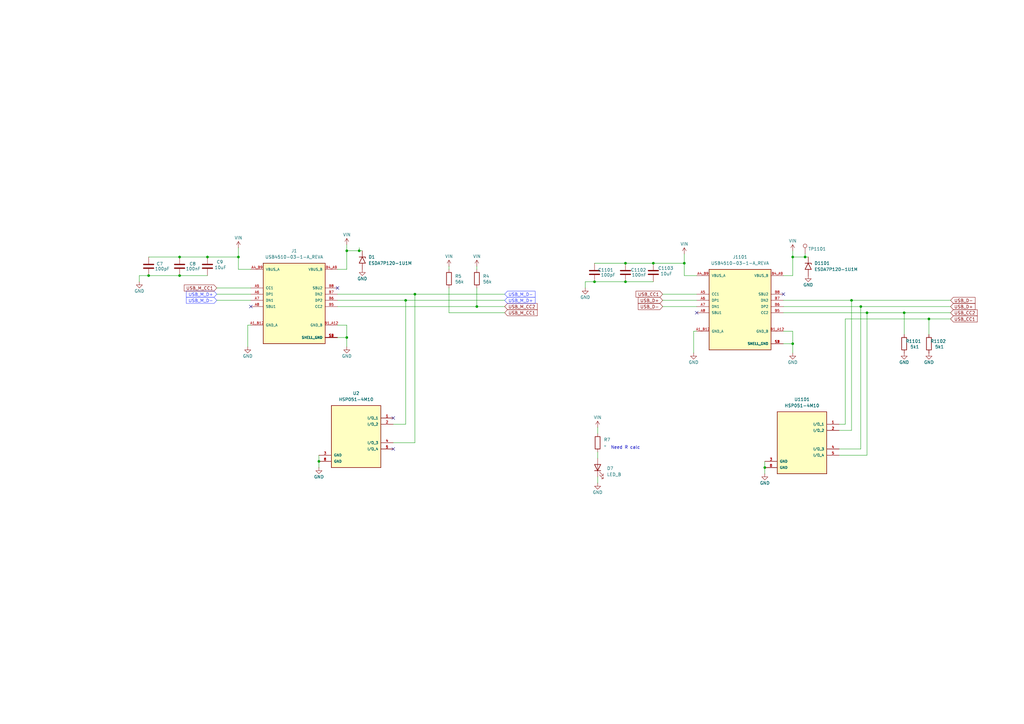
<source format=kicad_sch>
(kicad_sch (version 20250114) (generator "eeschema") (generator_version "9.0")
  (paper "A3")
  (lib_symbols
    (symbol "Connector:TestPoint" (pin_numbers (hide yes)) (pin_names (offset 0.762) (hide yes))
      (property "Reference" "TP" (at 0 6.858 0))
      (property "Value" "TestPoint" (at 0 5.08 0))
      (symbol "TestPoint_0_1"
        (circle (center 0 3.302) (radius 0.762))
      )
      (symbol "TestPoint_1_1"
        (pin passive line (at 0 0 90) (length 2.54) (name "1") (number "1"))
      )
    )
    (symbol "Device:C" (pin_numbers (hide yes)) (pin_names (offset 0.254))
      (property "Reference" "C" (at 0.635 2.54 0))
      (property "Value" "C" (at 0.635 -2.54 0))
      (symbol "C_0_1"
        (polyline (pts (xy -2.032 0.762) (xy 2.032 0.762)) (stroke (width 0.508)))
        (polyline (pts (xy -2.032 -0.762) (xy 2.032 -0.762)) (stroke (width 0.508)))
      )
      (symbol "C_1_1"
        (pin passive line (at 0 3.81 270) (length 2.794) (name "~") (number "1"))
        (pin passive line (at 0 -3.81 90) (length 2.794) (name "~") (number "2"))
      )
    )
    (symbol "Device:LED" (pin_numbers (hide yes)) (pin_names (offset 1.016) (hide yes))
      (property "Reference" "D" (at 0 2.54 0))
      (property "Value" "LED" (at 0 -2.54 0))
      (symbol "LED_0_1"
        (polyline (pts (xy -3.048 -0.762) (xy -4.572 -2.286) (xy -3.81 -2.286) (xy -4.572 -2.286) (xy -4.572 -1.524)))
        (polyline (pts (xy -1.778 -0.762) (xy -3.302 -2.286) (xy -2.54 -2.286) (xy -3.302 -2.286) (xy -3.302 -1.524)))
        (polyline (pts (xy -1.27 0) (xy 1.27 0)))
        (polyline (pts (xy -1.27 -1.27) (xy -1.27 1.27)) (stroke (width 0.254)))
        (polyline (pts (xy 1.27 -1.27) (xy 1.27 1.27) (xy -1.27 0) (xy 1.27 -1.27)) (stroke (width 0.254)))
      )
      (symbol "LED_1_1"
        (pin passive line (at -3.81 0 0) (length 2.54) (name "K") (number "1"))
        (pin passive line (at 3.81 0 180) (length 2.54) (name "A") (number "2"))
      )
    )
    (symbol "Device:R" (pin_numbers (hide yes)) (pin_names (offset 0))
      (property "Reference" "R" (at 2.032 0 90))
      (property "Value" "R" (at 0 0 90))
      (symbol "R_0_1"
        (rectangle (start -1.016 -2.54) (end 1.016 2.54) (stroke (width 0.254)))
      )
      (symbol "R_1_1"
        (pin passive line (at 0 3.81 270) (length 1.27) (name "~") (number "1"))
        (pin passive line (at 0 -3.81 90) (length 1.27) (name "~") (number "2"))
      )
    )
    (symbol "Diode:SMAJ5.0A" (pin_numbers (hide yes)) (pin_names (offset 1.016) (hide yes))
      (property "Reference" "D" (at 0 2.54 0))
      (property "Value" "SMAJ5.0A" (at 0 -2.54 0))
      (symbol "SMAJ5.0A_0_1"
        (polyline (pts (xy -0.762 1.27) (xy -1.27 1.27) (xy -1.27 -1.27)) (stroke (width 0.254)))
        (polyline (pts (xy 1.27 1.27) (xy 1.27 -1.27) (xy -1.27 0) (xy 1.27 1.27)) (stroke (width 0.254)))
      )
      (symbol "SMAJ5.0A_1_1"
        (pin passive line (at -3.81 0 0) (length 2.54) (name "A1") (number "1"))
        (pin passive line (at 3.81 0 180) (length 2.54) (name "A2") (number "2"))
      )
    )
    (symbol "HSP051-4M10:HSP051-4M10" (pin_names (offset 1.016))
      (property "Reference" "U4" (at 0 17.78 0))
      (property "Value" "HSP051-4M10" (at 0 15.24 0))
      (symbol "HSP051-4M10_0_0"
        (rectangle (start -10.16 -12.7) (end 10.16 12.7) (stroke (width 0.254)) (fill (type background)))
        (pin passive line (at -15.24 7.62 0) (length 5.08) (name "I/O_1") (number "1"))
        (pin passive line (at -15.24 5.08 0) (length 5.08) (name "I/O_2") (number "2"))
        (pin passive line (at -15.24 -2.54 0) (length 5.08) (name "I/O_3") (number "4"))
        (pin passive line (at -15.24 -5.08 0) (length 5.08) (name "I/O_4") (number "5"))
        (pin power_in line (at 15.24 -7.62 180) (length 5.08) (name "GND") (number "3"))
        (pin power_in line (at 15.24 -10.16 180) (length 5.08) (name "GND") (number "8"))
      )
      (symbol "HSP051-4M10_1_0"
        (pin passive line (at -15.24 7.62 0) (length 5.08) (hide yes) (name "NC") (number "10"))
        (pin passive line (at -15.24 5.08 0) (length 5.08) (hide yes) (name "NC") (number "9"))
        (pin passive line (at -15.24 -2.54 0) (length 5.08) (hide yes) (name "NC") (number "7"))
        (pin passive line (at -15.24 -5.08 0) (length 5.08) (hide yes) (name "NC") (number "6"))
      )
    )
    (symbol "USB4510-03-1-A_REVA:USB4510-03-1-A_REVA" (pin_names (offset 1.016))
      (property "Reference" "J" (at -12.7 16.002 0))
      (property "Value" "USB4510-03-1-A_REVA" (at -12.7 -18.542 0))
      (symbol "USB4510-03-1-A_REVA_0_0"
        (rectangle (start -12.7 -17.78) (end 12.7 15.24) (stroke (width 0.254)) (fill (type background)))
        (pin power_in line (at -17.78 12.7 0) (length 5.08) (name "VBUS_A") (number "A4_B9"))
        (pin bidirectional line (at -17.78 5.08 0) (length 5.08) (name "CC1") (number "A5"))
        (pin bidirectional line (at -17.78 2.54 0) (length 5.08) (name "DP1") (number "A6"))
        (pin bidirectional line (at -17.78 0 0) (length 5.08) (name "DN1") (number "A7"))
        (pin bidirectional line (at -17.78 -2.54 0) (length 5.08) (name "SBU1") (number "A8"))
        (pin power_in line (at -17.78 -10.16 0) (length 5.08) (name "GND_A") (number "A1_B12"))
        (pin power_in line (at 17.78 12.7 180) (length 5.08) (name "VBUS_B") (number "B4_A9"))
        (pin bidirectional line (at 17.78 5.08 180) (length 5.08) (name "SBU2") (number "B8"))
        (pin bidirectional line (at 17.78 2.54 180) (length 5.08) (name "DN2") (number "B7"))
        (pin bidirectional line (at 17.78 0 180) (length 5.08) (name "DP2") (number "B6"))
        (pin bidirectional line (at 17.78 -2.54 180) (length 5.08) (name "CC2") (number "B5"))
        (pin power_in line (at 17.78 -10.16 180) (length 5.08) (name "GND_B") (number "B1_A12"))
        (pin power_in line (at 17.78 -15.24 180) (length 5.08) (name "SHELL_GND") (number "S1"))
        (pin power_in line (at 17.78 -15.24 180) (length 5.08) (name "SHELL_GND") (number "S2"))
        (pin power_in line (at 17.78 -15.24 180) (length 5.08) (name "SHELL_GND") (number "S3"))
        (pin power_in line (at 17.78 -15.24 180) (length 5.08) (name "SHELL_GND") (number "S4"))
      )
    )
    (symbol "power:+5VA" (power) (pin_numbers (hide yes)) (pin_names (offset 0) (hide yes))
      (property "Value" "+5VA" (at 0 3.556 0))
      (symbol "+5VA_0_1"
        (polyline (pts (xy -0.762 1.27) (xy 0 2.54)))
        (polyline (pts (xy 0 2.54) (xy 0.762 1.27)))
        (polyline (pts (xy 0 0) (xy 0 2.54)))
      )
      (symbol "+5VA_1_1"
        (pin power_in line (at 0 0 90) (length 0) (name "~") (number "1"))
      )
    )
    (symbol "power:GND" (power) (pin_numbers (hide yes)) (pin_names (offset 0) (hide yes))
      (property "Value" "GND" (at 0 -3.81 0))
      (symbol "GND_0_1"
        (polyline (pts (xy 0 0) (xy 0 -1.27) (xy 1.27 -1.27) (xy 0 -2.54) (xy -1.27 -1.27) (xy 0 -1.27)))
      )
      (symbol "GND_1_1"
        (pin power_in line (at 0 0 270) (length 0) (name "~") (number "1"))
      )
    )
  )
  (text "Need R calc\n" (at 256.54 183.642 0) (effects (font (size 1.27 1.27))))
  (junction (at 97.79 105.41))
  (junction (at 195.58 125.73))
  (junction (at 243.84 115.57))
  (junction (at 280.67 107.95))
  (junction (at 353.06 125.73))
  (junction (at 370.84 128.27))
  (junction (at 349.25 123.19))
  (junction (at 256.54 115.57))
  (junction (at 73.66 113.03))
  (junction (at 256.54 107.95))
  (junction (at 355.6 128.27))
  (junction (at 142.24 102.87))
  (junction (at 60.96 113.03))
  (junction (at 170.18 120.65))
  (junction (at 147.32 102.87))
  (junction (at 330.2 105.41))
  (junction (at 130.81 189.23))
  (junction (at 325.12 140.97))
  (junction (at 381 130.81))
  (junction (at 73.66 105.41))
  (junction (at 166.37 123.19))
  (junction (at 267.97 107.95))
  (junction (at 325.12 105.41))
  (junction (at 313.69 191.77))
  (junction (at 142.24 138.43))
  (junction (at 85.09 105.41))
  (no_connect (at 285.75 128.27))
  (no_connect (at 102.87 125.73))
  (no_connect (at 138.43 118.11))
  (no_connect (at 161.29 171.45))
  (no_connect (at 161.29 184.15))
  (no_connect (at 321.31 120.65))
  (wire (pts (xy 280.67 113.03) (xy 285.75 113.03)))
  (wire (pts (xy 321.31 128.27) (xy 355.6 128.27)))
  (wire (pts (xy 142.24 100.33) (xy 142.24 102.87)))
  (wire (pts (xy 346.71 173.99) (xy 346.71 130.81)))
  (wire (pts (xy 313.69 189.23) (xy 313.69 191.77)))
  (wire (pts (xy 73.66 113.03) (xy 85.09 113.03)))
  (wire (pts (xy 57.15 115.57) (xy 57.15 113.03)))
  (wire (pts (xy 370.84 128.27) (xy 389.89 128.27)))
  (wire (pts (xy 147.32 101.6) (xy 147.32 102.87)))
  (wire (pts (xy 321.31 140.97) (xy 325.12 140.97)))
  (wire (pts (xy 353.06 125.73) (xy 353.06 184.15)))
  (wire (pts (xy 344.17 184.15) (xy 353.06 184.15)))
  (wire (pts (xy 138.43 138.43) (xy 142.24 138.43)))
  (wire (pts (xy 73.66 105.41) (xy 85.09 105.41)))
  (wire (pts (xy 161.29 181.61) (xy 170.18 181.61)))
  (wire (pts (xy 344.17 176.53) (xy 349.25 176.53)))
  (wire (pts (xy 256.54 107.95) (xy 267.97 107.95)))
  (wire (pts (xy 349.25 123.19) (xy 389.89 123.19)))
  (wire (pts (xy 355.6 128.27) (xy 355.6 186.69)))
  (wire (pts (xy 85.09 105.41) (xy 97.79 105.41)))
  (wire (pts (xy 184.15 109.22) (xy 184.15 110.49)))
  (wire (pts (xy 88.9 118.11) (xy 102.87 118.11)))
  (wire (pts (xy 147.32 102.87) (xy 148.59 102.87)))
  (wire (pts (xy 321.31 113.03) (xy 325.12 113.03)))
  (wire (pts (xy 321.31 123.19) (xy 349.25 123.19)))
  (wire (pts (xy 271.78 125.73) (xy 285.75 125.73)))
  (wire (pts (xy 330.2 104.14) (xy 330.2 105.41)))
  (wire (pts (xy 243.84 115.57) (xy 256.54 115.57)))
  (wire (pts (xy 184.15 118.11) (xy 184.15 128.27)))
  (wire (pts (xy 142.24 102.87) (xy 147.32 102.87)))
  (wire (pts (xy 280.67 104.14) (xy 280.67 107.95)))
  (wire (pts (xy 97.79 105.41) (xy 97.79 110.49)))
  (wire (pts (xy 245.11 175.26) (xy 245.11 177.8)))
  (wire (pts (xy 130.81 189.23) (xy 130.81 191.77)))
  (wire (pts (xy 166.37 123.19) (xy 207.01 123.19)))
  (wire (pts (xy 195.58 118.11) (xy 195.58 125.73)))
  (wire (pts (xy 325.12 144.78) (xy 325.12 140.97)))
  (wire (pts (xy 321.31 135.89) (xy 325.12 135.89)))
  (wire (pts (xy 195.58 109.22) (xy 195.58 110.49)))
  (wire (pts (xy 370.84 128.27) (xy 370.84 137.16)))
  (wire (pts (xy 138.43 133.35) (xy 142.24 133.35)))
  (wire (pts (xy 240.03 115.57) (xy 243.84 115.57)))
  (wire (pts (xy 353.06 125.73) (xy 389.89 125.73)))
  (wire (pts (xy 271.78 120.65) (xy 285.75 120.65)))
  (wire (pts (xy 243.84 107.95) (xy 256.54 107.95)))
  (wire (pts (xy 170.18 120.65) (xy 207.01 120.65)))
  (wire (pts (xy 184.15 128.27) (xy 207.01 128.27)))
  (wire (pts (xy 245.11 185.42) (xy 245.11 187.96)))
  (wire (pts (xy 267.97 107.95) (xy 280.67 107.95)))
  (wire (pts (xy 138.43 120.65) (xy 170.18 120.65)))
  (wire (pts (xy 142.24 138.43) (xy 142.24 133.35)))
  (wire (pts (xy 344.17 173.99) (xy 346.71 173.99)))
  (wire (pts (xy 161.29 173.99) (xy 166.37 173.99)))
  (wire (pts (xy 97.79 101.6) (xy 97.79 105.41)))
  (wire (pts (xy 57.15 113.03) (xy 60.96 113.03)))
  (wire (pts (xy 284.48 135.89) (xy 285.75 135.89)))
  (wire (pts (xy 381 130.81) (xy 381 137.16)))
  (wire (pts (xy 381 130.81) (xy 389.89 130.81)))
  (wire (pts (xy 130.81 186.69) (xy 130.81 189.23)))
  (wire (pts (xy 349.25 123.19) (xy 349.25 176.53)))
  (wire (pts (xy 195.58 125.73) (xy 207.01 125.73)))
  (wire (pts (xy 101.6 133.35) (xy 101.6 142.24)))
  (wire (pts (xy 142.24 142.24) (xy 142.24 138.43)))
  (wire (pts (xy 355.6 128.27) (xy 370.84 128.27)))
  (wire (pts (xy 60.96 105.41) (xy 73.66 105.41)))
  (wire (pts (xy 60.96 113.03) (xy 73.66 113.03)))
  (wire (pts (xy 256.54 115.57) (xy 267.97 115.57)))
  (wire (pts (xy 330.2 105.41) (xy 331.47 105.41)))
  (wire (pts (xy 166.37 123.19) (xy 166.37 173.99)))
  (wire (pts (xy 138.43 125.73) (xy 195.58 125.73)))
  (wire (pts (xy 170.18 120.65) (xy 170.18 181.61)))
  (wire (pts (xy 325.12 105.41) (xy 325.12 113.03)))
  (wire (pts (xy 240.03 118.11) (xy 240.03 115.57)))
  (wire (pts (xy 325.12 105.41) (xy 330.2 105.41)))
  (wire (pts (xy 284.48 135.89) (xy 284.48 144.78)))
  (wire (pts (xy 271.78 123.19) (xy 285.75 123.19)))
  (wire (pts (xy 325.12 102.87) (xy 325.12 105.41)))
  (wire (pts (xy 97.79 110.49) (xy 102.87 110.49)))
  (wire (pts (xy 325.12 140.97) (xy 325.12 135.89)))
  (wire (pts (xy 88.9 123.19) (xy 102.87 123.19)))
  (wire (pts (xy 245.11 195.58) (xy 245.11 198.12)))
  (wire (pts (xy 138.43 110.49) (xy 142.24 110.49)))
  (wire (pts (xy 313.69 191.77) (xy 313.69 194.31)))
  (wire (pts (xy 138.43 123.19) (xy 166.37 123.19)))
  (wire (pts (xy 344.17 186.69) (xy 355.6 186.69)))
  (wire (pts (xy 321.31 125.73) (xy 353.06 125.73)))
  (wire (pts (xy 346.71 130.81) (xy 381 130.81)))
  (wire (pts (xy 142.24 102.87) (xy 142.24 110.49)))
  (wire (pts (xy 280.67 107.95) (xy 280.67 113.03)))
  (wire (pts (xy 101.6 133.35) (xy 102.87 133.35)))
  (wire (pts (xy 88.9 120.65) (xy 102.87 120.65)))
  (global_label "USB_M_CC1" (shape input) (at 88.9 118.11 180) (property "Intersheetrefs" "${INTERSHEET_REFS}" (effects (hide yes))))
  (global_label "USB_M_D-" (shape input) (at 88.9 123.19 180) (property "Intersheetrefs" "${INTERSHEET_REFS}" (effects (hide yes))))
  (global_label "USB_M_CC2" (shape input) (at 207.01 125.73 0) (property "Intersheetrefs" "${INTERSHEET_REFS}" (effects (hide yes))))
  (global_label "USB_D+" (shape input) (at 271.78 123.19 180) (property "Intersheetrefs" "${INTERSHEET_REFS}" (effects (hide yes))))
  (global_label "USB_D+" (shape input) (at 389.89 125.73 0) (property "Intersheetrefs" "${INTERSHEET_REFS}" (effects (hide yes))))
  (global_label "USB_D-" (shape input) (at 389.89 123.19 0) (property "Intersheetrefs" "${INTERSHEET_REFS}" (effects (hide yes))))
  (global_label "USB_CC1" (shape input) (at 389.89 130.81 0) (property "Intersheetrefs" "${INTERSHEET_REFS}" (effects (hide yes))))
  (global_label "USB_M_CC1" (shape input) (at 207.01 128.27 0) (property "Intersheetrefs" "${INTERSHEET_REFS}" (effects (hide yes))))
  (global_label "USB_CC1" (shape input) (at 271.78 120.65 180) (property "Intersheetrefs" "${INTERSHEET_REFS}" (effects (hide yes))))
  (global_label "USB_CC2" (shape input) (at 389.89 128.27 0) (property "Intersheetrefs" "${INTERSHEET_REFS}" (effects (hide yes))))
  (global_label "USB_D-" (shape input) (at 271.78 125.73 180) (property "Intersheetrefs" "${INTERSHEET_REFS}" (effects (hide yes))))
  (global_label "USB_M_D+" (shape input) (at 88.9 120.65 180) (property "Intersheetrefs" "${INTERSHEET_REFS}" (effects (hide yes))))
  (global_label "USB_M_D-" (shape input) (at 207.01 120.65 0) (property "Intersheetrefs" "${INTERSHEET_REFS}" (effects (hide yes))))
  (global_label "USB_M_D+" (shape input) (at 207.01 123.19 0) (property "Intersheetrefs" "${INTERSHEET_REFS}" (effects (hide yes))))
  (symbol (lib_id "HSP051-4M10:HSP051-4M10") (at 146.05 179.07 0) (mirror y) (unit 1)
    (property "Reference" "U2" (at 146.05 161.29 0))
    (property "Value" "HSP051-4M10" (at 146.05 163.83 0))
    (property "Footprint" "lib:IC_HSP051-4M10" (effects (hide yes)))
    (property "MF" "STMicroelectronics" (effects (hide yes)))
    (property "MAXIMUM_PACKAGE_HEIGHT" "0.5mm" (effects (hide yes)))
    (property "Package" "UQFN-10 STMicroelectronics" (effects (hide yes)))
    (property "Description_1" "10V Clamp 1A (8/20µs) Ipp Tvs Diode Surface Mount 10-UQFN (2.5x1)" (effects (hide yes)))
    (property "MANUFACTURER" "STMicroelectronics" (effects (hide yes)))
    (property "Mouser P/N" "511-HSP051-4M10" (effects (hide yes)))
    (property "LCSC Part #" "C1973641" (effects (hide yes)))
    (property "REC P/N" " HSP051-4M10" (effects (hide yes)))
  )
  (symbol (lib_id "power:GND") (at 245.11 198.12 0) (mirror y) (unit 1)
    (property "Reference" "#PWR029" (effects (hide yes)))
    (property "Value" "GND" (at 245.11 201.93 0))
    (property "Description" "Power symbol creates a global label with name \"GND\" , ground" (effects (hide yes)))
  )
  (symbol (lib_id "power:GND") (at 331.47 113.03 0) (unit 1)
    (property "Reference" "#PWR01107" (effects (hide yes)))
    (property "Value" "GND" (at 331.47 116.84 0))
    (property "Description" "Power symbol creates a global label with name \"GND\" , ground" (effects (hide yes)))
  )
  (symbol (lib_id "Diode:SMAJ5.0A") (at 148.59 106.68 270) (unit 1)
    (property "Reference" "D1" (at 151.13 105.4099 90) (effects (justify left)))
    (property "Value" "ESDA7P120-1U1M" (at 151.13 107.9499 90) (effects (justify left)))
    (property "Footprint" "lib:DIODE_ESDA7P120-1U1M_STM" (effects (hide yes)))
    (property "Datasheet" "https://www.littelfuse.com/media?resourcetype=datasheets&itemid=75e32973-b177-4ee3-a0ff-cedaf1abdb93&filename=smaj-datasheet" (effects (hide yes)))
    (property "Description" "400W unidirectional Transient Voltage Suppressor, 5.0Vr, SMA(DO-214AC)" (effects (hide yes)))
    (property "LCSC Part #" "C2969802" (effects (hide yes)))
  )
  (symbol (lib_id "power:+5VA") (at 184.15 109.22 0) (unit 1)
    (property "Reference" "#PWR016" (effects (hide yes)))
    (property "Value" "VIN" (at 184.15 105.156 0))
    (property "Description" "Power symbol creates a global label with name \"+5VA\"" (effects (hide yes)))
  )
  (symbol (lib_id "power:+5VA") (at 97.79 101.6 0) (unit 1)
    (property "Reference" "#PWR010" (effects (hide yes)))
    (property "Value" "VIN" (at 97.79 97.536 0))
    (property "Description" "Power symbol creates a global label with name \"+5VA\"" (effects (hide yes)))
  )
  (symbol (lib_id "USB4510-03-1-A_REVA:USB4510-03-1-A_REVA") (at 303.53 125.73 0) (unit 1)
    (property "Reference" "J1101" (at 303.53 105.41 0))
    (property "Value" "USB4510-03-1-A_REVA" (at 303.53 107.95 0))
    (property "Footprint" "lib:GCT_USB4510-03-1-A_REVA" (effects (hide yes)))
    (property "MF" "Global Connector Technology" (effects (hide yes)))
    (property "MAXIMUM_PACKAGE_HEIGHT" "2.46mm" (effects (hide yes)))
    (property "Package" "None" (effects (hide yes)))
    (property "Price" "None" (effects (hide yes)))
    (property "Check_prices" "https://www.snapeda.com/parts/USB4510031A/Global+Connector+Technology/view-part/?ref=eda" (effects (hide yes)))
    (property "STANDARD" "Manufacturer Recommendations" (effects (hide yes)))
    (property "PARTREV" "A" (effects (hide yes)))
    (property "SnapEDA_Link" "https://www.snapeda.com/parts/USB4510031A/Global+Connector+Technology/view-part/?ref=snap" (effects (hide yes)))
    (property "MP" "USB4510031A" (effects (hide yes)))
    (property "Description_1" "USB CONN, 2.0 TYPE C, R/A RCPT, 16POS; USB Connector Type:USB Type C; USB Standard:USB 2.0; Gender:Receptacle; No. of Positions:16Positions; Connector Mounting:Surface Mount, Through Hole Mount; Orientation:Right Angle" (effects (hide yes)))
    (property "Availability" "In Stock" (effects (hide yes)))
    (property "MANUFACTURER" "GCT" (effects (hide yes)))
    (property "LCSC Part #" "C5815192" (effects (hide yes)))
  )
  (symbol (lib_id "Device:R") (at 381 140.97 0) (mirror x) (unit 1)
    (property "Reference" "R1102" (at 384.81 139.954 0))
    (property "Value" "5k1" (at 385.318 142.24 0))
    (property "Footprint" "Resistor_SMD:R_0402_1005Metric" (effects (hide yes)))
    (property "Description" "Resistor" (effects (hide yes)))
    (property "LCSC Part #" "C25905" (effects (hide yes)))
  )
  (symbol (lib_id "power:GND") (at 148.59 110.49 0) (unit 1)
    (property "Reference" "#PWR015" (effects (hide yes)))
    (property "Value" "GND" (at 148.59 114.3 0))
    (property "Description" "Power symbol creates a global label with name \"GND\" , ground" (effects (hide yes)))
  )
  (symbol (lib_id "Device:C") (at 267.97 111.76 180) (unit 1)
    (property "Reference" "C1103" (at 273.05 109.982 0))
    (property "Value" "10uF" (at 273.304 112.268 0))
    (property "Footprint" "Capacitor_SMD:C_0603_1608Metric" (effects (hide yes)))
    (property "Description" "Unpolarized capacitor" (effects (hide yes)))
    (property "Mouser P/N" "81-GRT188R61A106KE3D" (effects (hide yes)))
    (property "LCSC Part #" "C96446" (effects (hide yes)))
    (property "REC P/N" "GRT188R61A106KE13D" (effects (hide yes)))
  )
  (symbol (lib_id "power:GND") (at 101.6 142.24 0) (unit 1)
    (property "Reference" "#PWR011" (effects (hide yes)))
    (property "Value" "GND" (at 101.6 146.05 0))
    (property "Description" "Power symbol creates a global label with name \"GND\" , ground" (effects (hide yes)))
  )
  (symbol (lib_id "power:+5VA") (at 195.58 109.22 0) (unit 1)
    (property "Reference" "#PWR017" (effects (hide yes)))
    (property "Value" "VIN" (at 195.58 105.156 0))
    (property "Description" "Power symbol creates a global label with name \"+5VA\"" (effects (hide yes)))
  )
  (symbol (lib_id "Device:C") (at 85.09 109.22 180) (unit 1)
    (property "Reference" "C9" (at 90.17 107.442 0))
    (property "Value" "10uF" (at 90.424 109.728 0))
    (property "Footprint" "Capacitor_SMD:C_0603_1608Metric" (effects (hide yes)))
    (property "Description" "Unpolarized capacitor" (effects (hide yes)))
    (property "Mouser P/N" "81-GRT188R61A106KE3D" (effects (hide yes)))
    (property "LCSC Part #" "C96446" (effects (hide yes)))
    (property "REC P/N" "GRT188R61A106KE13D" (effects (hide yes)))
  )
  (symbol (lib_id "power:+5VA") (at 325.12 102.87 0) (unit 1)
    (property "Reference" "#PWR01105" (effects (hide yes)))
    (property "Value" "VIN" (at 325.12 98.806 0))
    (property "Description" "Power symbol creates a global label with name \"+5VA\"" (effects (hide yes)))
  )
  (symbol (lib_id "Diode:SMAJ5.0A") (at 331.47 109.22 270) (unit 1)
    (property "Reference" "D1101" (at 334.01 107.9499 90) (effects (justify left)))
    (property "Value" "ESDA7P120-1U1M" (at 334.01 110.4899 90) (effects (justify left)))
    (property "Footprint" "lib:DIODE_ESDA7P120-1U1M_STM" (effects (hide yes)))
    (property "Datasheet" "https://www.littelfuse.com/media?resourcetype=datasheets&itemid=75e32973-b177-4ee3-a0ff-cedaf1abdb93&filename=smaj-datasheet" (effects (hide yes)))
    (property "Description" "400W unidirectional Transient Voltage Suppressor, 5.0Vr, SMA(DO-214AC)" (effects (hide yes)))
    (property "LCSC Part #" "C2969802" (effects (hide yes)))
  )
  (symbol (lib_id "Device:C") (at 73.66 109.22 180) (unit 1)
    (property "Reference" "C8" (at 78.994 108.204 0))
    (property "Value" "100nF" (at 79.248 110.236 0))
    (property "Footprint" "lib:C_0402_small" (effects (hide yes)))
    (property "Description" "Unpolarized capacitor" (effects (hide yes)))
    (property "Mouser P/N" "81-GRM155R61E104KA7J" (effects (hide yes)))
    (property "LCSC Part #" "C307331" (effects (hide yes)))
    (property "REC P/N" " GRM155R61E104KA87J" (effects (hide yes)))
  )
  (symbol (lib_id "Device:R") (at 370.84 140.97 0) (mirror x) (unit 1)
    (property "Reference" "R1101" (at 374.65 139.954 0))
    (property "Value" "5k1" (at 375.158 142.24 0))
    (property "Footprint" "Resistor_SMD:R_0402_1005Metric" (effects (hide yes)))
    (property "Description" "Resistor" (effects (hide yes)))
    (property "LCSC Part #" "C25905" (effects (hide yes)))
  )
  (symbol (lib_id "power:GND") (at 313.69 194.31 0) (mirror y) (unit 1)
    (property "Reference" "#PWR01104" (effects (hide yes)))
    (property "Value" "GND" (at 313.69 198.12 0))
    (property "Description" "Power symbol creates a global label with name \"GND\" , ground" (effects (hide yes)))
  )
  (symbol (lib_id "power:GND") (at 381 144.78 0) (mirror y) (unit 1)
    (property "Reference" "#PWR01109" (effects (hide yes)))
    (property "Value" "GND" (at 381 148.59 0))
    (property "Description" "Power symbol creates a global label with name \"GND\" , ground" (effects (hide yes)))
  )
  (symbol (lib_id "power:GND") (at 240.03 118.11 0) (unit 1)
    (property "Reference" "#PWR01101" (effects (hide yes)))
    (property "Value" "GND" (at 240.03 121.92 0))
    (property "Description" "Power symbol creates a global label with name \"GND\" , ground" (effects (hide yes)))
  )
  (symbol (lib_id "Connector:TestPoint") (at 330.2 104.14 0) (unit 1)
    (property "Reference" "TP1101" (at 331.47 102.108 0) (effects (justify left)))
    (property "Value" "TestPoint" (effects (hide yes)))
    (property "Footprint" "lib:TP_0.5" (effects (hide yes)))
    (property "Description" "test point" (effects (hide yes)))
  )
  (symbol (lib_id "power:GND") (at 130.81 191.77 0) (mirror y) (unit 1)
    (property "Reference" "#PWR012" (effects (hide yes)))
    (property "Value" "GND" (at 130.81 195.58 0))
    (property "Description" "Power symbol creates a global label with name \"GND\" , ground" (effects (hide yes)))
  )
  (symbol (lib_id "power:+5VA") (at 280.67 104.14 0) (unit 1)
    (property "Reference" "#PWR01102" (effects (hide yes)))
    (property "Value" "VIN" (at 280.67 100.076 0))
    (property "Description" "Power symbol creates a global label with name \"+5VA\"" (effects (hide yes)))
  )
  (symbol (lib_id "power:+5VA") (at 142.24 100.33 0) (unit 1)
    (property "Reference" "#PWR013" (effects (hide yes)))
    (property "Value" "VIN" (at 142.24 96.266 0))
    (property "Description" "Power symbol creates a global label with name \"+5VA\"" (effects (hide yes)))
  )
  (symbol (lib_id "power:+5VA") (at 245.11 175.26 0) (unit 1)
    (property "Reference" "#PWR030" (effects (hide yes)))
    (property "Value" "VIN" (at 245.11 171.196 0))
    (property "Description" "Power symbol creates a global label with name \"+5VA\"" (effects (hide yes)))
  )
  (symbol (lib_id "power:GND") (at 142.24 142.24 0) (unit 1)
    (property "Reference" "#PWR014" (effects (hide yes)))
    (property "Value" "GND" (at 142.24 146.05 0))
    (property "Description" "Power symbol creates a global label with name \"GND\" , ground" (effects (hide yes)))
  )
  (symbol (lib_id "Device:R") (at 245.11 181.61 180) (unit 1)
    (property "Reference" "R7" (at 247.65 180.3399 0) (effects (justify right)))
    (property "Value" "~" (at 247.65 182.8799 0) (effects (justify right)))
    (property "Footprint" "Resistor_SMD:R_0402_1005Metric" (effects (hide yes)))
    (property "Description" "Resistor" (effects (hide yes)))
  )
  (symbol (lib_id "Device:LED") (at 245.11 191.77 90) (unit 1)
    (property "Reference" "D7" (at 248.92 192.0874 90) (effects (justify right)))
    (property "Value" "LED_B" (at 248.92 194.6274 90) (effects (justify right)))
    (property "Footprint" "LED_SMD:LED_0402_1005Metric" (effects (hide yes)))
    (property "Description" "Light emitting diode" (effects (hide yes)))
    (property "Sim.Pins" "1=K 2=A" (effects (hide yes)))
    (property "LCSC Part #" "C130723" (effects (hide yes)))
  )
  (symbol (lib_id "power:GND") (at 57.15 115.57 0) (unit 1)
    (property "Reference" "#PWR09" (effects (hide yes)))
    (property "Value" "GND" (at 57.15 119.38 0))
    (property "Description" "Power symbol creates a global label with name \"GND\" , ground" (effects (hide yes)))
  )
  (symbol (lib_id "Device:C") (at 60.96 109.22 0) (unit 1)
    (property "Reference" "C7" (at 65.532 108.204 0))
    (property "Value" "100pF" (at 66.548 110.236 0))
    (property "Footprint" "lib:C_0402_small" (effects (hide yes)))
    (property "Description" "Unpolarized capacitor" (effects (hide yes)))
    (property "LCSC Part #" "C1546" (effects (hide yes)))
  )
  (symbol (lib_id "Device:R") (at 184.15 114.3 0) (mirror x) (unit 1)
    (property "Reference" "R5" (at 187.96 113.284 0))
    (property "Value" "56k" (at 188.468 115.57 0))
    (property "Footprint" "Resistor_SMD:R_0402_1005Metric" (effects (hide yes)))
    (property "Description" "Resistor" (effects (hide yes)))
  )
  (symbol (lib_id "power:GND") (at 370.84 144.78 0) (mirror y) (unit 1)
    (property "Reference" "#PWR01108" (effects (hide yes)))
    (property "Value" "GND" (at 370.84 148.59 0))
    (property "Description" "Power symbol creates a global label with name \"GND\" , ground" (effects (hide yes)))
  )
  (symbol (lib_id "Device:C") (at 256.54 111.76 180) (unit 1)
    (property "Reference" "C1102" (at 261.874 110.744 0))
    (property "Value" "100nF" (at 262.128 112.776 0))
    (property "Footprint" "lib:C_0402_small" (effects (hide yes)))
    (property "Description" "Unpolarized capacitor" (effects (hide yes)))
    (property "Mouser P/N" "81-GRM155R61E104KA7J" (effects (hide yes)))
    (property "LCSC Part #" "C307331" (effects (hide yes)))
    (property "REC P/N" " GRM155R61E104KA87J" (effects (hide yes)))
  )
  (symbol (lib_id "HSP051-4M10:HSP051-4M10") (at 328.93 181.61 0) (mirror y) (unit 1)
    (property "Reference" "U1101" (at 328.93 163.83 0))
    (property "Value" "HSP051-4M10" (at 328.93 166.37 0))
    (property "Footprint" "lib:IC_HSP051-4M10" (effects (hide yes)))
    (property "MF" "STMicroelectronics" (effects (hide yes)))
    (property "MAXIMUM_PACKAGE_HEIGHT" "0.5mm" (effects (hide yes)))
    (property "Package" "UQFN-10 STMicroelectronics" (effects (hide yes)))
    (property "Description_1" "10V Clamp 1A (8/20µs) Ipp Tvs Diode Surface Mount 10-UQFN (2.5x1)" (effects (hide yes)))
    (property "MANUFACTURER" "STMicroelectronics" (effects (hide yes)))
    (property "Mouser P/N" "511-HSP051-4M10" (effects (hide yes)))
    (property "LCSC Part #" "C1973641" (effects (hide yes)))
    (property "REC P/N" " HSP051-4M10" (effects (hide yes)))
  )
  (symbol (lib_id "Device:R") (at 195.58 114.3 0) (mirror x) (unit 1)
    (property "Reference" "R4" (at 199.39 113.284 0))
    (property "Value" "56k" (at 199.898 115.57 0))
    (property "Footprint" "Resistor_SMD:R_0402_1005Metric" (effects (hide yes)))
    (property "Description" "Resistor" (effects (hide yes)))
  )
  (symbol (lib_id "power:GND") (at 325.12 144.78 0) (unit 1)
    (property "Reference" "#PWR01106" (effects (hide yes)))
    (property "Value" "GND" (at 325.12 148.59 0))
    (property "Description" "Power symbol creates a global label with name \"GND\" , ground" (effects (hide yes)))
  )
  (symbol (lib_id "power:GND") (at 284.48 144.78 0) (unit 1)
    (property "Reference" "#PWR01103" (effects (hide yes)))
    (property "Value" "GND" (at 284.48 148.59 0))
    (property "Description" "Power symbol creates a global label with name \"GND\" , ground" (effects (hide yes)))
  )
  (symbol (lib_id "Device:C") (at 243.84 111.76 0) (unit 1)
    (property "Reference" "C1101" (at 248.412 110.744 0))
    (property "Value" "100pF" (at 249.428 112.776 0))
    (property "Footprint" "lib:C_0402_small" (effects (hide yes)))
    (property "Description" "Unpolarized capacitor" (effects (hide yes)))
    (property "LCSC Part #" "C1546" (effects (hide yes)))
  )
  (symbol (lib_id "USB4510-03-1-A_REVA:USB4510-03-1-A_REVA") (at 120.65 123.19 0) (unit 1)
    (property "Reference" "J1" (at 120.65 102.87 0))
    (property "Value" "USB4510-03-1-A_REVA" (at 120.65 105.41 0))
    (property "Footprint" "lib:GCT_USB4510-03-1-A_REVA" (effects (hide yes)))
    (property "MF" "Global Connector Technology" (effects (hide yes)))
    (property "MAXIMUM_PACKAGE_HEIGHT" "2.46mm" (effects (hide yes)))
    (property "Package" "None" (effects (hide yes)))
    (property "Price" "None" (effects (hide yes)))
    (property "Check_prices" "https://www.snapeda.com/parts/USB4510031A/Global+Connector+Technology/view-part/?ref=eda" (effects (hide yes)))
    (property "STANDARD" "Manufacturer Recommendations" (effects (hide yes)))
    (property "PARTREV" "A" (effects (hide yes)))
    (property "SnapEDA_Link" "https://www.snapeda.com/parts/USB4510031A/Global+Connector+Technology/view-part/?ref=snap" (effects (hide yes)))
    (property "MP" "USB4510031A" (effects (hide yes)))
    (property "Description_1" "USB CONN, 2.0 TYPE C, R/A RCPT, 16POS; USB Connector Type:USB Type C; USB Standard:USB 2.0; Gender:Receptacle; No. of Positions:16Positions; Connector Mounting:Surface Mount, Through Hole Mount; Orientation:Right Angle" (effects (hide yes)))
    (property "Availability" "In Stock" (effects (hide yes)))
    (property "MANUFACTURER" "GCT" (effects (hide yes)))
    (property "LCSC Part #" "C5815192" (effects (hide yes)))
  )
)
</source>
